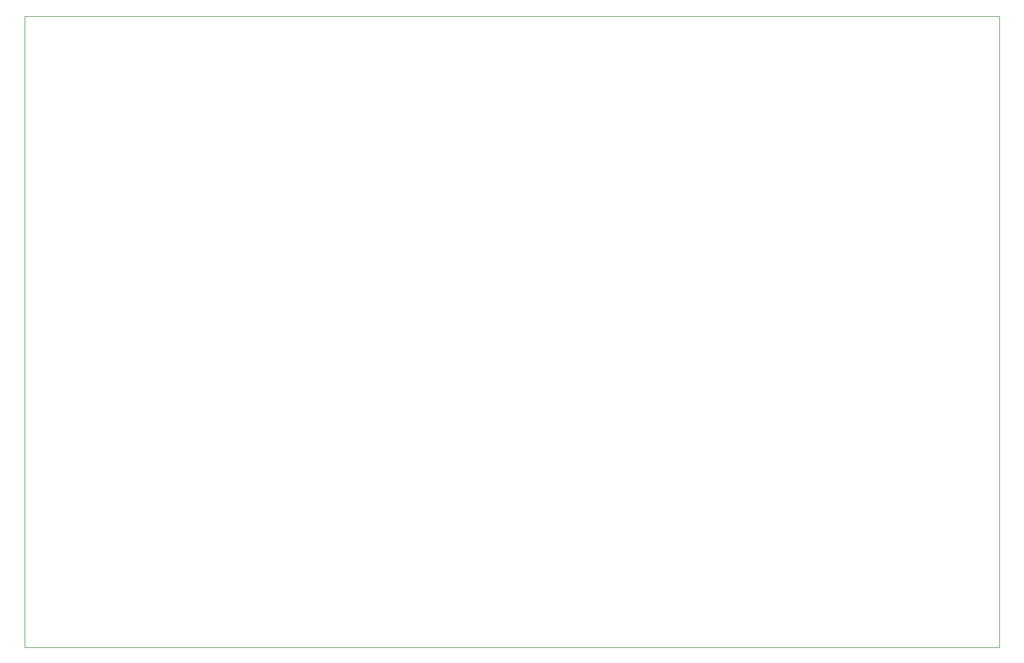
<source format=gbr>
%TF.GenerationSoftware,KiCad,Pcbnew,8.0.5*%
%TF.CreationDate,2024-11-21T16:50:39-07:00*%
%TF.ProjectId,CMPE2750,434d5045-3237-4353-902e-6b696361645f,rev?*%
%TF.SameCoordinates,Original*%
%TF.FileFunction,Profile,NP*%
%FSLAX46Y46*%
G04 Gerber Fmt 4.6, Leading zero omitted, Abs format (unit mm)*
G04 Created by KiCad (PCBNEW 8.0.5) date 2024-11-21 16:50:39*
%MOMM*%
%LPD*%
G01*
G04 APERTURE LIST*
%TA.AperFunction,Profile*%
%ADD10C,0.050000*%
%TD*%
G04 APERTURE END LIST*
D10*
X53820000Y-46000000D02*
X201180000Y-46000000D01*
X201180000Y-141400000D01*
X53820000Y-141400000D01*
X53820000Y-46000000D01*
M02*

</source>
